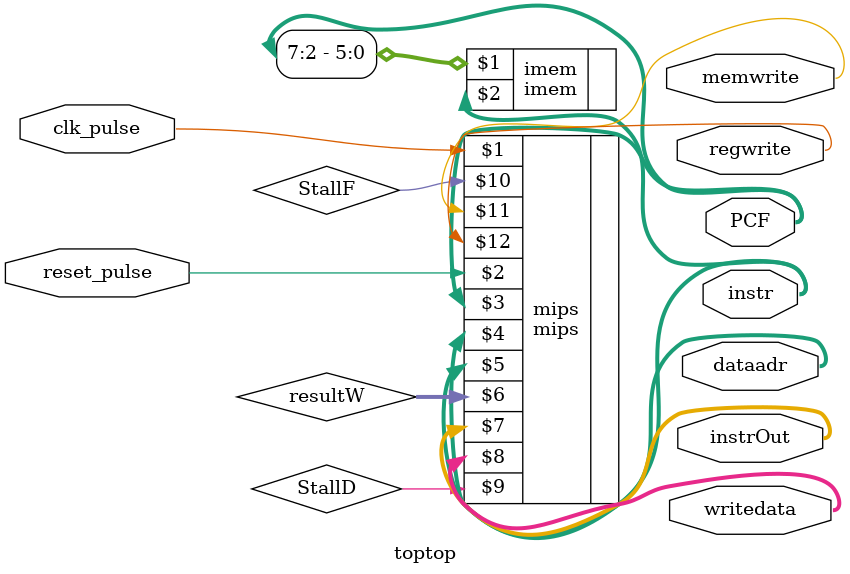
<source format=sv>
`timescale 1ns / 1ps


module toptop( input logic clk_pulse, reset_pulse,
               output logic [31:0] instr, instrOut, PCF, dataadr, writedata,
               output logic memwrite, regwrite  );
               
 
    logic StallD, StallF;
    logic[31:0] resultW;
    mips mips (clk_pulse, reset_pulse, PCF, instr, dataadr, resultW, instrOut, writedata, StallD, StallF, memwrite, regwrite ); 
    imem imem ( PCF[7:2], instr );  
    
endmodule

</source>
